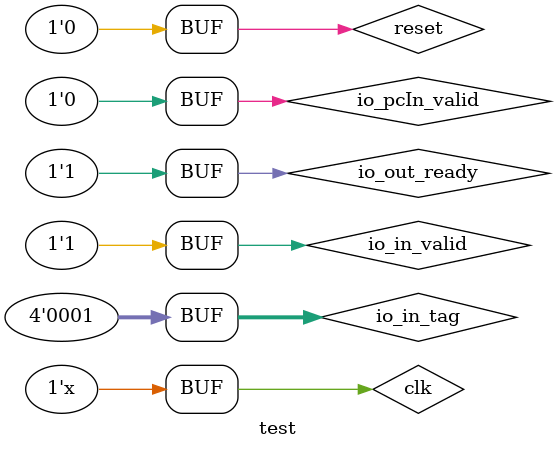
<source format=v>
module test;
  reg clk = 0;
  reg reset = 1;

  initial begin
    reset = 1;
    #250 reset = 0;
  end

  always #100 clk = ~clk;
  reg  io_in_bits_centeroidsFinished ; 
  reg io_in_bits_pointsFinished ; 
  wire [15:0] io_in_bits_centeroidIndex;
  wire [63:0] io_in_bits_point_x;
  wire [63:0] io_in_bits_point_y;
  wire [63:0] io_in_bits_point_z;
  wire [15:0] io_out_bits_centeroidIndex;
  wire [63:0] io_out_bits_point_x;
  wire [63:0] io_out_bits_point_y;
  wire [63:0] io_out_bits_point_z;
  wire io_out_ready;
  wire [3:0] io_in_tag;
  assign io_pcIn_valid = 1'b0;
  assign io_in_valid = 1'b1;
  assign io_out_ready = 1'b1;
  assign io_in_tag = 4'b1;
    Top
      Top(
        clk,
        reset,
     io_in_ready,
     io_in_valid,
     io_in_bits_centeroidsFinished,
    io_in_bits_pointsFinished,
     io_in_bits_centeroidIndex,
     io_in_bits_point_x,
     io_in_bits_point_y,
     io_in_bits_point_z,
     io_in_tag,
     io_out_ready,
     io_out_valid,
     io_out_bits_centeroidsFinished,
     io_out_bits_pointsFinished,
     io_out_bits_centeroidIndex,
     io_out_bits_point_x,
     io_out_bits_point_y,
     io_out_bits_point_z,
     io_out_tag,
     io_pcIn_valid,
     io_pcIn_bits_request,
     io_pcIn_bits_moduleId,
     io_pcIn_bits_portId,
     io_pcIn_bits_pcValue,
     io_pcIn_bits_pcType,
     io_pcOut_valid,
     io_pcOut_bits_request,
     io_pcOut_bits_moduleId,
     io_pcOut_bits_portId,
     io_pcOut_bits_pcValue,
     io_pcOut_bits_pcType);

  integer count = 0;
  always @(negedge clk) begin
  #50;

  io_in_bits_centeroidsFinished = 1'b0; 
  io_in_bits_pointsFinished = 1'b0; 
  if (count == 10) begin
    io_in_bits_centeroidsFinished = 1'b1; 
  end  
  if (count == 310) begin
    io_in_bits_pointsFinished = 1'b1; 
  end
  if (io_in_ready) begin
    count = count + 1;
  end
  end
endmodule

</source>
